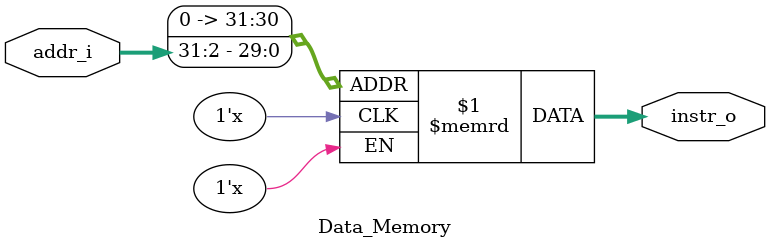
<source format=v>
module Data_Memory
(
    addr_i, 
    instr_o
);

// Interface
input   [31:0]      addr_i;
output  [31:0]      instr_o;

// Instruction memory
reg     [31:0]     memory  [0:255];

assign  instr_o = memory[addr_i>>2];  

endmodule

</source>
